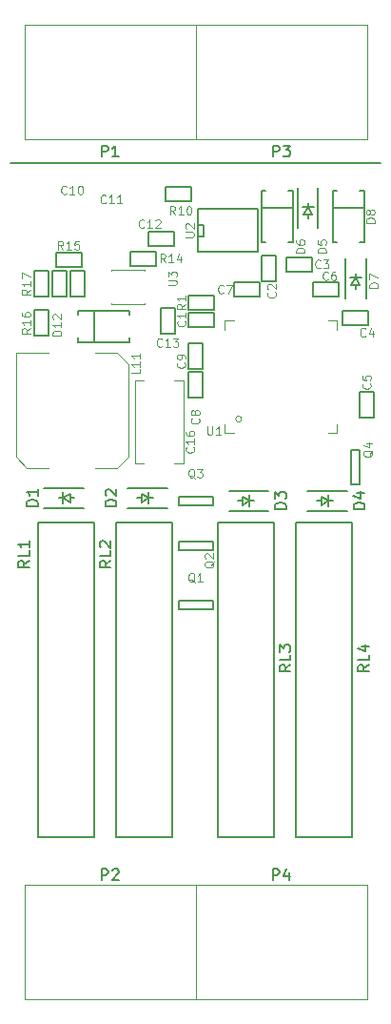
<source format=gto>
%TF.GenerationSoftware,KiCad,Pcbnew,5.0.2*%
%TF.CreationDate,2020-05-26T14:16:45+02:00*%
%TF.ProjectId,cowdin-2-shutter,636f7764-696e-42d3-922d-736875747465,0.1*%
%TF.SameCoordinates,Original*%
%TF.FileFunction,Legend,Top*%
%TF.FilePolarity,Positive*%
%FSLAX46Y46*%
G04 Gerber Fmt 4.6, Leading zero omitted, Abs format (unit mm)*
G04 Created by KiCad (PCBNEW 5.0.2) date mar. 26 mai 2020 14:16:45 CEST*
%MOMM*%
%LPD*%
G01*
G04 APERTURE LIST*
%ADD10C,0.152400*%
%ADD11C,0.150000*%
%ADD12C,0.101600*%
%ADD13C,0.050800*%
%ADD14C,0.127000*%
G04 APERTURE END LIST*
D10*
X132000000Y-74000000D02*
X165000000Y-74000000D01*
D11*
%TO.C,D2*%
X146000000Y-104650000D02*
X142460000Y-104650000D01*
X146000000Y-102850000D02*
X142460000Y-102850000D01*
X144317500Y-104258000D02*
X144317500Y-103242000D01*
X143682500Y-103369000D02*
X144317500Y-103750000D01*
X143682500Y-104131000D02*
X143682500Y-103369000D01*
X144317500Y-103750000D02*
X143682500Y-104131000D01*
X144698500Y-103750000D02*
X144317500Y-103750000D01*
X143682500Y-103750000D02*
X143301500Y-103750000D01*
%TO.C,D1*%
X135000000Y-102850000D02*
X138540000Y-102850000D01*
X135000000Y-104650000D02*
X138540000Y-104650000D01*
X136682500Y-103242000D02*
X136682500Y-104258000D01*
X137317500Y-104131000D02*
X136682500Y-103750000D01*
X137317500Y-103369000D02*
X137317500Y-104131000D01*
X136682500Y-103750000D02*
X137317500Y-103369000D01*
X136301500Y-103750000D02*
X136682500Y-103750000D01*
X137317500Y-103750000D02*
X137698500Y-103750000D01*
D12*
%TO.C,C16*%
X143100000Y-100650000D02*
X143100000Y-93350000D01*
X147400000Y-93350000D02*
X147400000Y-100650000D01*
X143100000Y-100650000D02*
X143900000Y-100650000D01*
X143100000Y-93350000D02*
X143900000Y-93350000D01*
X147400000Y-100650000D02*
X146600000Y-100650000D01*
X147400000Y-93350000D02*
X146600000Y-93350000D01*
D13*
%TO.C,L11*%
X132496200Y-90899680D02*
X135437520Y-90899680D01*
X141503040Y-90899680D02*
X142503800Y-91900440D01*
X141503040Y-90899680D02*
X139562480Y-90899680D01*
X141503040Y-101100320D02*
X142503800Y-100099560D01*
X142503800Y-100099560D02*
X142503800Y-91900440D01*
X141503040Y-101100320D02*
X139562480Y-101100320D01*
X133496960Y-101100320D02*
X132496200Y-100099560D01*
X133496960Y-101100320D02*
X135437520Y-101100320D01*
X132496200Y-90899680D02*
X132496200Y-100099560D01*
D11*
%TO.C,D12*%
X138000000Y-87100000D02*
X138000000Y-87500000D01*
X142600000Y-87100000D02*
X138000000Y-87100000D01*
X142600000Y-89900000D02*
X142600000Y-89500000D01*
X138000000Y-89900000D02*
X142600000Y-89900000D01*
X139500000Y-89900000D02*
X139500000Y-87100000D01*
X142600000Y-87500000D02*
X142600000Y-87100000D01*
X138000000Y-89900000D02*
X138000000Y-89500000D01*
D13*
%TO.C,U3*%
X144003680Y-83496320D02*
X144003680Y-83567440D01*
X140996320Y-83496320D02*
X144003680Y-83496320D01*
X140996320Y-83496320D02*
X140996320Y-83567440D01*
X144003680Y-86503680D02*
X144003680Y-86432560D01*
X140996320Y-86503680D02*
X144003680Y-86503680D01*
X140996320Y-86503680D02*
X140996320Y-86432560D01*
D14*
%TO.C,C13*%
X145365000Y-86857000D02*
X146635000Y-86857000D01*
X145365000Y-89143000D02*
X145365000Y-86857000D01*
X146635000Y-89143000D02*
X145365000Y-89143000D01*
X146635000Y-86857000D02*
X146635000Y-89143000D01*
%TO.C,C12*%
X146553000Y-80145000D02*
X146553000Y-81415000D01*
X144267000Y-80145000D02*
X146553000Y-80145000D01*
X144267000Y-81415000D02*
X144267000Y-80145000D01*
X146553000Y-81415000D02*
X144267000Y-81415000D01*
%TO.C,R14*%
X144983000Y-81865000D02*
X144983000Y-83135000D01*
X142697000Y-81865000D02*
X144983000Y-81865000D01*
X142697000Y-83135000D02*
X142697000Y-81865000D01*
X144983000Y-83135000D02*
X142697000Y-83135000D01*
%TO.C,R15*%
X138343000Y-81995000D02*
X138343000Y-83265000D01*
X136057000Y-81995000D02*
X138343000Y-81995000D01*
X136057000Y-83265000D02*
X136057000Y-81995000D01*
X138343000Y-83265000D02*
X136057000Y-83265000D01*
%TO.C,C14*%
X137365000Y-83597000D02*
X138635000Y-83597000D01*
X137365000Y-85883000D02*
X137365000Y-83597000D01*
X138635000Y-85883000D02*
X137365000Y-85883000D01*
X138635000Y-83597000D02*
X138635000Y-85883000D01*
%TO.C,C15*%
X135765000Y-83597000D02*
X137035000Y-83597000D01*
X135765000Y-85883000D02*
X135765000Y-83597000D01*
X137035000Y-85883000D02*
X135765000Y-85883000D01*
X137035000Y-83597000D02*
X137035000Y-85883000D01*
%TO.C,R17*%
X135385000Y-85893000D02*
X134115000Y-85893000D01*
X135385000Y-83607000D02*
X135385000Y-85893000D01*
X134115000Y-83607000D02*
X135385000Y-83607000D01*
X134115000Y-85893000D02*
X134115000Y-83607000D01*
%TO.C,R16*%
X135385000Y-89353000D02*
X134115000Y-89353000D01*
X135385000Y-87067000D02*
X135385000Y-89353000D01*
X134115000Y-87067000D02*
X135385000Y-87067000D01*
X134115000Y-89353000D02*
X134115000Y-87067000D01*
D11*
%TO.C,RL1*%
X139450000Y-105900000D02*
X134450000Y-105900000D01*
X139450000Y-105900000D02*
X139450000Y-133900000D01*
X139450000Y-133900000D02*
X134450000Y-133900000D01*
X134450000Y-105900000D02*
X134450000Y-133900000D01*
%TO.C,RL2*%
X141450000Y-105900000D02*
X141450000Y-133900000D01*
X146450000Y-133900000D02*
X141450000Y-133900000D01*
X146450000Y-105900000D02*
X146450000Y-133900000D01*
X146450000Y-105900000D02*
X141450000Y-105900000D01*
%TO.C,RL3*%
X155450000Y-105900000D02*
X150450000Y-105900000D01*
X155450000Y-105900000D02*
X155450000Y-133900000D01*
X155450000Y-133900000D02*
X150450000Y-133900000D01*
X150450000Y-105900000D02*
X150450000Y-133900000D01*
%TO.C,RL4*%
X157450000Y-105900000D02*
X157450000Y-133900000D01*
X162450000Y-133900000D02*
X157450000Y-133900000D01*
X162450000Y-105900000D02*
X162450000Y-133900000D01*
X162450000Y-105900000D02*
X157450000Y-105900000D01*
D12*
%TO.C,P1*%
X148500000Y-61750000D02*
X148500000Y-71910000D01*
X133260000Y-71910000D02*
X133260000Y-61750000D01*
X133260000Y-61750000D02*
X148500000Y-61750000D01*
X133260000Y-71910000D02*
X148500000Y-71910000D01*
%TO.C,P3*%
X148500000Y-71910000D02*
X163740000Y-71910000D01*
X148500000Y-61750000D02*
X163740000Y-61750000D01*
X148500000Y-71910000D02*
X148500000Y-61750000D01*
X163740000Y-61750000D02*
X163740000Y-71910000D01*
%TO.C,U1*%
X151090000Y-88000000D02*
X151090000Y-88793760D01*
X151883760Y-88000000D02*
X151090000Y-88000000D01*
X161090000Y-88000000D02*
X160296240Y-88000000D01*
X161090000Y-88793760D02*
X161090000Y-88000000D01*
X161090000Y-98000000D02*
X160296240Y-98000000D01*
X161090000Y-97206240D02*
X161090000Y-98000000D01*
X152601919Y-96750000D02*
G75*
G03X152601919Y-96750000I-261919J0D01*
G01*
X151090000Y-98000000D02*
X151883760Y-98000000D01*
X151090000Y-97206240D02*
X151090000Y-98000000D01*
D14*
%TO.C,U2*%
X148713000Y-81778000D02*
X148713000Y-81905000D01*
X148713000Y-81905000D02*
X154047000Y-81905000D01*
X154047000Y-78095000D02*
X148713000Y-78095000D01*
X148713000Y-78095000D02*
X148713000Y-81778000D01*
X148713000Y-79492000D02*
X149221000Y-79492000D01*
X149221000Y-79492000D02*
X149221000Y-80508000D01*
X149221000Y-80508000D02*
X148713000Y-80508000D01*
X154047000Y-78095000D02*
X154047000Y-81905000D01*
%TO.C,R10*%
X148143000Y-77385000D02*
X145857000Y-77385000D01*
X145857000Y-77385000D02*
X145857000Y-76115000D01*
X145857000Y-76115000D02*
X148143000Y-76115000D01*
X148143000Y-76115000D02*
X148143000Y-77385000D01*
%TO.C,C8*%
X149135000Y-92527000D02*
X149135000Y-94813000D01*
X149135000Y-94813000D02*
X147865000Y-94813000D01*
X147865000Y-94813000D02*
X147865000Y-92527000D01*
X147865000Y-92527000D02*
X149135000Y-92527000D01*
%TO.C,C9*%
X147865000Y-90027000D02*
X149135000Y-90027000D01*
X147865000Y-92313000D02*
X147865000Y-90027000D01*
X149135000Y-92313000D02*
X147865000Y-92313000D01*
X149135000Y-90027000D02*
X149135000Y-92313000D01*
%TO.C,C7*%
X151957000Y-84615000D02*
X154243000Y-84615000D01*
X154243000Y-84615000D02*
X154243000Y-85885000D01*
X154243000Y-85885000D02*
X151957000Y-85885000D01*
X151957000Y-85885000D02*
X151957000Y-84615000D01*
%TO.C,C1*%
X150143000Y-87265000D02*
X150143000Y-88535000D01*
X147857000Y-87265000D02*
X150143000Y-87265000D01*
X147857000Y-88535000D02*
X147857000Y-87265000D01*
X150143000Y-88535000D02*
X147857000Y-88535000D01*
%TO.C,R1*%
X150143000Y-87035000D02*
X147857000Y-87035000D01*
X147857000Y-87035000D02*
X147857000Y-85765000D01*
X147857000Y-85765000D02*
X150143000Y-85765000D01*
X150143000Y-85765000D02*
X150143000Y-87035000D01*
%TO.C,C6*%
X158957000Y-84615000D02*
X161243000Y-84615000D01*
X161243000Y-84615000D02*
X161243000Y-85885000D01*
X161243000Y-85885000D02*
X158957000Y-85885000D01*
X158957000Y-85885000D02*
X158957000Y-84615000D01*
%TO.C,C2*%
X155635000Y-82197000D02*
X155635000Y-84483000D01*
X155635000Y-84483000D02*
X154365000Y-84483000D01*
X154365000Y-84483000D02*
X154365000Y-82197000D01*
X154365000Y-82197000D02*
X155635000Y-82197000D01*
%TO.C,C5*%
X164385000Y-94357000D02*
X164385000Y-96643000D01*
X164385000Y-96643000D02*
X163115000Y-96643000D01*
X163115000Y-96643000D02*
X163115000Y-94357000D01*
X163115000Y-94357000D02*
X164385000Y-94357000D01*
%TO.C,Q1*%
X146976000Y-113631000D02*
X146976000Y-112869000D01*
X150024000Y-113631000D02*
X146976000Y-113631000D01*
X150024000Y-112869000D02*
X150024000Y-113631000D01*
X146976000Y-112869000D02*
X150024000Y-112869000D01*
%TO.C,Q2*%
X146976000Y-107619000D02*
X150024000Y-107619000D01*
X150024000Y-107619000D02*
X150024000Y-108381000D01*
X150024000Y-108381000D02*
X146976000Y-108381000D01*
X146976000Y-108381000D02*
X146976000Y-107619000D01*
D11*
%TO.C,D3*%
X155000000Y-104900000D02*
X151460000Y-104900000D01*
X155000000Y-103100000D02*
X151460000Y-103100000D01*
X153317500Y-104508000D02*
X153317500Y-103492000D01*
X152682500Y-103619000D02*
X153317500Y-104000000D01*
X152682500Y-104381000D02*
X152682500Y-103619000D01*
X153317500Y-104000000D02*
X152682500Y-104381000D01*
X153698500Y-104000000D02*
X153317500Y-104000000D01*
X152682500Y-104000000D02*
X152301500Y-104000000D01*
%TO.C,D4*%
X159682500Y-104000000D02*
X159301500Y-104000000D01*
X160698500Y-104000000D02*
X160317500Y-104000000D01*
X160317500Y-104000000D02*
X159682500Y-104381000D01*
X159682500Y-104381000D02*
X159682500Y-103619000D01*
X159682500Y-103619000D02*
X160317500Y-104000000D01*
X160317500Y-104508000D02*
X160317500Y-103492000D01*
X162000000Y-103100000D02*
X158460000Y-103100000D01*
X162000000Y-104900000D02*
X158460000Y-104900000D01*
D14*
%TO.C,Q3*%
X146976000Y-104381000D02*
X146976000Y-103619000D01*
X150024000Y-104381000D02*
X146976000Y-104381000D01*
X150024000Y-103619000D02*
X150024000Y-104381000D01*
X146976000Y-103619000D02*
X150024000Y-103619000D01*
%TO.C,Q4*%
X162369000Y-102524000D02*
X162369000Y-99476000D01*
X162369000Y-99476000D02*
X163131000Y-99476000D01*
X163131000Y-99476000D02*
X163131000Y-102524000D01*
X163131000Y-102524000D02*
X162369000Y-102524000D01*
D12*
%TO.C,P2*%
X133260000Y-148250000D02*
X148500000Y-148250000D01*
X133260000Y-138090000D02*
X148500000Y-138090000D01*
X133260000Y-148250000D02*
X133260000Y-138090000D01*
X148500000Y-138090000D02*
X148500000Y-148250000D01*
%TO.C,P4*%
X148500000Y-148250000D02*
X163740000Y-148250000D01*
X148500000Y-138090000D02*
X163740000Y-138090000D01*
X148500000Y-148250000D02*
X148500000Y-138090000D01*
X163740000Y-138090000D02*
X163740000Y-148250000D01*
D11*
%TO.C,D5*%
X159400000Y-76250000D02*
X159400000Y-79790000D01*
X157600000Y-76250000D02*
X157600000Y-79790000D01*
X159008000Y-77932500D02*
X157992000Y-77932500D01*
X158119000Y-78567500D02*
X158500000Y-77932500D01*
X158881000Y-78567500D02*
X158119000Y-78567500D01*
X158500000Y-77932500D02*
X158881000Y-78567500D01*
X158500000Y-77551500D02*
X158500000Y-77932500D01*
X158500000Y-78567500D02*
X158500000Y-78948500D01*
%TO.C,D6*%
X157150000Y-76450000D02*
X156750000Y-76450000D01*
X157150000Y-81050000D02*
X157150000Y-76450000D01*
X154350000Y-81050000D02*
X154750000Y-81050000D01*
X154350000Y-76450000D02*
X154350000Y-81050000D01*
X154350000Y-77950000D02*
X157150000Y-77950000D01*
X156750000Y-81050000D02*
X157150000Y-81050000D01*
X154350000Y-76450000D02*
X154750000Y-76450000D01*
%TO.C,D7*%
X162750000Y-84817500D02*
X162750000Y-85198500D01*
X162750000Y-83801500D02*
X162750000Y-84182500D01*
X162750000Y-84182500D02*
X163131000Y-84817500D01*
X163131000Y-84817500D02*
X162369000Y-84817500D01*
X162369000Y-84817500D02*
X162750000Y-84182500D01*
X163258000Y-84182500D02*
X162242000Y-84182500D01*
X161850000Y-82500000D02*
X161850000Y-86040000D01*
X163650000Y-82500000D02*
X163650000Y-86040000D01*
%TO.C,D8*%
X160700000Y-76450000D02*
X161100000Y-76450000D01*
X163100000Y-81050000D02*
X163500000Y-81050000D01*
X160700000Y-77950000D02*
X163500000Y-77950000D01*
X160700000Y-76450000D02*
X160700000Y-81050000D01*
X160700000Y-81050000D02*
X161100000Y-81050000D01*
X163500000Y-81050000D02*
X163500000Y-76450000D01*
X163500000Y-76450000D02*
X163100000Y-76450000D01*
D14*
%TO.C,C3*%
X158893000Y-83625000D02*
X156607000Y-83625000D01*
X156607000Y-83625000D02*
X156607000Y-82355000D01*
X156607000Y-82355000D02*
X158893000Y-82355000D01*
X158893000Y-82355000D02*
X158893000Y-83625000D01*
%TO.C,C4*%
X163893000Y-87115000D02*
X163893000Y-88385000D01*
X161607000Y-87115000D02*
X163893000Y-87115000D01*
X161607000Y-88385000D02*
X161607000Y-87115000D01*
X163893000Y-88385000D02*
X161607000Y-88385000D01*
%TO.C,D2*%
D11*
X141452380Y-104488095D02*
X140452380Y-104488095D01*
X140452380Y-104250000D01*
X140500000Y-104107142D01*
X140595238Y-104011904D01*
X140690476Y-103964285D01*
X140880952Y-103916666D01*
X141023809Y-103916666D01*
X141214285Y-103964285D01*
X141309523Y-104011904D01*
X141404761Y-104107142D01*
X141452380Y-104250000D01*
X141452380Y-104488095D01*
X140547619Y-103535714D02*
X140500000Y-103488095D01*
X140452380Y-103392857D01*
X140452380Y-103154761D01*
X140500000Y-103059523D01*
X140547619Y-103011904D01*
X140642857Y-102964285D01*
X140738095Y-102964285D01*
X140880952Y-103011904D01*
X141452380Y-103583333D01*
X141452380Y-102964285D01*
%TO.C,D1*%
X134452380Y-104488095D02*
X133452380Y-104488095D01*
X133452380Y-104250000D01*
X133500000Y-104107142D01*
X133595238Y-104011904D01*
X133690476Y-103964285D01*
X133880952Y-103916666D01*
X134023809Y-103916666D01*
X134214285Y-103964285D01*
X134309523Y-104011904D01*
X134404761Y-104107142D01*
X134452380Y-104250000D01*
X134452380Y-104488095D01*
X134452380Y-102964285D02*
X134452380Y-103535714D01*
X134452380Y-103250000D02*
X133452380Y-103250000D01*
X133595238Y-103345238D01*
X133690476Y-103440476D01*
X133738095Y-103535714D01*
%TO.C,C10*%
D12*
X137010142Y-76712142D02*
X136973857Y-76748428D01*
X136865000Y-76784714D01*
X136792428Y-76784714D01*
X136683571Y-76748428D01*
X136611000Y-76675857D01*
X136574714Y-76603285D01*
X136538428Y-76458142D01*
X136538428Y-76349285D01*
X136574714Y-76204142D01*
X136611000Y-76131571D01*
X136683571Y-76059000D01*
X136792428Y-76022714D01*
X136865000Y-76022714D01*
X136973857Y-76059000D01*
X137010142Y-76095285D01*
X137735857Y-76784714D02*
X137300428Y-76784714D01*
X137518142Y-76784714D02*
X137518142Y-76022714D01*
X137445571Y-76131571D01*
X137373000Y-76204142D01*
X137300428Y-76240428D01*
X138207571Y-76022714D02*
X138280142Y-76022714D01*
X138352714Y-76059000D01*
X138389000Y-76095285D01*
X138425285Y-76167857D01*
X138461571Y-76313000D01*
X138461571Y-76494428D01*
X138425285Y-76639571D01*
X138389000Y-76712142D01*
X138352714Y-76748428D01*
X138280142Y-76784714D01*
X138207571Y-76784714D01*
X138135000Y-76748428D01*
X138098714Y-76712142D01*
X138062428Y-76639571D01*
X138026142Y-76494428D01*
X138026142Y-76313000D01*
X138062428Y-76167857D01*
X138098714Y-76095285D01*
X138135000Y-76059000D01*
X138207571Y-76022714D01*
%TO.C,C16*%
X148322142Y-99239857D02*
X148358428Y-99276142D01*
X148394714Y-99385000D01*
X148394714Y-99457571D01*
X148358428Y-99566428D01*
X148285857Y-99639000D01*
X148213285Y-99675285D01*
X148068142Y-99711571D01*
X147959285Y-99711571D01*
X147814142Y-99675285D01*
X147741571Y-99639000D01*
X147669000Y-99566428D01*
X147632714Y-99457571D01*
X147632714Y-99385000D01*
X147669000Y-99276142D01*
X147705285Y-99239857D01*
X148394714Y-98514142D02*
X148394714Y-98949571D01*
X148394714Y-98731857D02*
X147632714Y-98731857D01*
X147741571Y-98804428D01*
X147814142Y-98877000D01*
X147850428Y-98949571D01*
X147632714Y-97861000D02*
X147632714Y-98006142D01*
X147669000Y-98078714D01*
X147705285Y-98115000D01*
X147814142Y-98187571D01*
X147959285Y-98223857D01*
X148249571Y-98223857D01*
X148322142Y-98187571D01*
X148358428Y-98151285D01*
X148394714Y-98078714D01*
X148394714Y-97933571D01*
X148358428Y-97861000D01*
X148322142Y-97824714D01*
X148249571Y-97788428D01*
X148068142Y-97788428D01*
X147995571Y-97824714D01*
X147959285Y-97861000D01*
X147923000Y-97933571D01*
X147923000Y-98078714D01*
X147959285Y-98151285D01*
X147995571Y-98187571D01*
X148068142Y-98223857D01*
%TO.C,L11*%
X143554714Y-92309857D02*
X143554714Y-92672714D01*
X142792714Y-92672714D01*
X143554714Y-91656714D02*
X143554714Y-92092142D01*
X143554714Y-91874428D02*
X142792714Y-91874428D01*
X142901571Y-91947000D01*
X142974142Y-92019571D01*
X143010428Y-92092142D01*
X143554714Y-90931000D02*
X143554714Y-91366428D01*
X143554714Y-91148714D02*
X142792714Y-91148714D01*
X142901571Y-91221285D01*
X142974142Y-91293857D01*
X143010428Y-91366428D01*
%TO.C,D12*%
X136534714Y-89315285D02*
X135772714Y-89315285D01*
X135772714Y-89133857D01*
X135809000Y-89025000D01*
X135881571Y-88952428D01*
X135954142Y-88916142D01*
X136099285Y-88879857D01*
X136208142Y-88879857D01*
X136353285Y-88916142D01*
X136425857Y-88952428D01*
X136498428Y-89025000D01*
X136534714Y-89133857D01*
X136534714Y-89315285D01*
X136534714Y-88154142D02*
X136534714Y-88589571D01*
X136534714Y-88371857D02*
X135772714Y-88371857D01*
X135881571Y-88444428D01*
X135954142Y-88517000D01*
X135990428Y-88589571D01*
X135845285Y-87863857D02*
X135809000Y-87827571D01*
X135772714Y-87755000D01*
X135772714Y-87573571D01*
X135809000Y-87501000D01*
X135845285Y-87464714D01*
X135917857Y-87428428D01*
X135990428Y-87428428D01*
X136099285Y-87464714D01*
X136534714Y-87900142D01*
X136534714Y-87428428D01*
%TO.C,U3*%
X146052714Y-84840571D02*
X146669571Y-84840571D01*
X146742142Y-84804285D01*
X146778428Y-84768000D01*
X146814714Y-84695428D01*
X146814714Y-84550285D01*
X146778428Y-84477714D01*
X146742142Y-84441428D01*
X146669571Y-84405142D01*
X146052714Y-84405142D01*
X146052714Y-84114857D02*
X146052714Y-83643142D01*
X146343000Y-83897142D01*
X146343000Y-83788285D01*
X146379285Y-83715714D01*
X146415571Y-83679428D01*
X146488142Y-83643142D01*
X146669571Y-83643142D01*
X146742142Y-83679428D01*
X146778428Y-83715714D01*
X146814714Y-83788285D01*
X146814714Y-84006000D01*
X146778428Y-84078571D01*
X146742142Y-84114857D01*
%TO.C,C13*%
X145510142Y-90272142D02*
X145473857Y-90308428D01*
X145365000Y-90344714D01*
X145292428Y-90344714D01*
X145183571Y-90308428D01*
X145111000Y-90235857D01*
X145074714Y-90163285D01*
X145038428Y-90018142D01*
X145038428Y-89909285D01*
X145074714Y-89764142D01*
X145111000Y-89691571D01*
X145183571Y-89619000D01*
X145292428Y-89582714D01*
X145365000Y-89582714D01*
X145473857Y-89619000D01*
X145510142Y-89655285D01*
X146235857Y-90344714D02*
X145800428Y-90344714D01*
X146018142Y-90344714D02*
X146018142Y-89582714D01*
X145945571Y-89691571D01*
X145873000Y-89764142D01*
X145800428Y-89800428D01*
X146489857Y-89582714D02*
X146961571Y-89582714D01*
X146707571Y-89873000D01*
X146816428Y-89873000D01*
X146889000Y-89909285D01*
X146925285Y-89945571D01*
X146961571Y-90018142D01*
X146961571Y-90199571D01*
X146925285Y-90272142D01*
X146889000Y-90308428D01*
X146816428Y-90344714D01*
X146598714Y-90344714D01*
X146526142Y-90308428D01*
X146489857Y-90272142D01*
%TO.C,C12*%
X143920142Y-79712142D02*
X143883857Y-79748428D01*
X143775000Y-79784714D01*
X143702428Y-79784714D01*
X143593571Y-79748428D01*
X143521000Y-79675857D01*
X143484714Y-79603285D01*
X143448428Y-79458142D01*
X143448428Y-79349285D01*
X143484714Y-79204142D01*
X143521000Y-79131571D01*
X143593571Y-79059000D01*
X143702428Y-79022714D01*
X143775000Y-79022714D01*
X143883857Y-79059000D01*
X143920142Y-79095285D01*
X144645857Y-79784714D02*
X144210428Y-79784714D01*
X144428142Y-79784714D02*
X144428142Y-79022714D01*
X144355571Y-79131571D01*
X144283000Y-79204142D01*
X144210428Y-79240428D01*
X144936142Y-79095285D02*
X144972428Y-79059000D01*
X145045000Y-79022714D01*
X145226428Y-79022714D01*
X145299000Y-79059000D01*
X145335285Y-79095285D01*
X145371571Y-79167857D01*
X145371571Y-79240428D01*
X145335285Y-79349285D01*
X144899857Y-79784714D01*
X145371571Y-79784714D01*
%TO.C,R14*%
X145820142Y-82844714D02*
X145566142Y-82481857D01*
X145384714Y-82844714D02*
X145384714Y-82082714D01*
X145675000Y-82082714D01*
X145747571Y-82119000D01*
X145783857Y-82155285D01*
X145820142Y-82227857D01*
X145820142Y-82336714D01*
X145783857Y-82409285D01*
X145747571Y-82445571D01*
X145675000Y-82481857D01*
X145384714Y-82481857D01*
X146545857Y-82844714D02*
X146110428Y-82844714D01*
X146328142Y-82844714D02*
X146328142Y-82082714D01*
X146255571Y-82191571D01*
X146183000Y-82264142D01*
X146110428Y-82300428D01*
X147199000Y-82336714D02*
X147199000Y-82844714D01*
X147017571Y-82046428D02*
X146836142Y-82590714D01*
X147307857Y-82590714D01*
%TO.C,R15*%
X136710142Y-81694714D02*
X136456142Y-81331857D01*
X136274714Y-81694714D02*
X136274714Y-80932714D01*
X136565000Y-80932714D01*
X136637571Y-80969000D01*
X136673857Y-81005285D01*
X136710142Y-81077857D01*
X136710142Y-81186714D01*
X136673857Y-81259285D01*
X136637571Y-81295571D01*
X136565000Y-81331857D01*
X136274714Y-81331857D01*
X137435857Y-81694714D02*
X137000428Y-81694714D01*
X137218142Y-81694714D02*
X137218142Y-80932714D01*
X137145571Y-81041571D01*
X137073000Y-81114142D01*
X137000428Y-81150428D01*
X138125285Y-80932714D02*
X137762428Y-80932714D01*
X137726142Y-81295571D01*
X137762428Y-81259285D01*
X137835000Y-81223000D01*
X138016428Y-81223000D01*
X138089000Y-81259285D01*
X138125285Y-81295571D01*
X138161571Y-81368142D01*
X138161571Y-81549571D01*
X138125285Y-81622142D01*
X138089000Y-81658428D01*
X138016428Y-81694714D01*
X137835000Y-81694714D01*
X137762428Y-81658428D01*
X137726142Y-81622142D01*
%TO.C,R17*%
X133794714Y-85239857D02*
X133431857Y-85493857D01*
X133794714Y-85675285D02*
X133032714Y-85675285D01*
X133032714Y-85385000D01*
X133069000Y-85312428D01*
X133105285Y-85276142D01*
X133177857Y-85239857D01*
X133286714Y-85239857D01*
X133359285Y-85276142D01*
X133395571Y-85312428D01*
X133431857Y-85385000D01*
X133431857Y-85675285D01*
X133794714Y-84514142D02*
X133794714Y-84949571D01*
X133794714Y-84731857D02*
X133032714Y-84731857D01*
X133141571Y-84804428D01*
X133214142Y-84877000D01*
X133250428Y-84949571D01*
X133032714Y-84260142D02*
X133032714Y-83752142D01*
X133794714Y-84078714D01*
%TO.C,R16*%
X133794714Y-88699857D02*
X133431857Y-88953857D01*
X133794714Y-89135285D02*
X133032714Y-89135285D01*
X133032714Y-88845000D01*
X133069000Y-88772428D01*
X133105285Y-88736142D01*
X133177857Y-88699857D01*
X133286714Y-88699857D01*
X133359285Y-88736142D01*
X133395571Y-88772428D01*
X133431857Y-88845000D01*
X133431857Y-89135285D01*
X133794714Y-87974142D02*
X133794714Y-88409571D01*
X133794714Y-88191857D02*
X133032714Y-88191857D01*
X133141571Y-88264428D01*
X133214142Y-88337000D01*
X133250428Y-88409571D01*
X133032714Y-87321000D02*
X133032714Y-87466142D01*
X133069000Y-87538714D01*
X133105285Y-87575000D01*
X133214142Y-87647571D01*
X133359285Y-87683857D01*
X133649571Y-87683857D01*
X133722142Y-87647571D01*
X133758428Y-87611285D01*
X133794714Y-87538714D01*
X133794714Y-87393571D01*
X133758428Y-87321000D01*
X133722142Y-87284714D01*
X133649571Y-87248428D01*
X133468142Y-87248428D01*
X133395571Y-87284714D01*
X133359285Y-87321000D01*
X133323000Y-87393571D01*
X133323000Y-87538714D01*
X133359285Y-87611285D01*
X133395571Y-87647571D01*
X133468142Y-87683857D01*
%TO.C,RL1*%
D11*
X133702380Y-109321428D02*
X133226190Y-109654761D01*
X133702380Y-109892857D02*
X132702380Y-109892857D01*
X132702380Y-109511904D01*
X132750000Y-109416666D01*
X132797619Y-109369047D01*
X132892857Y-109321428D01*
X133035714Y-109321428D01*
X133130952Y-109369047D01*
X133178571Y-109416666D01*
X133226190Y-109511904D01*
X133226190Y-109892857D01*
X133702380Y-108416666D02*
X133702380Y-108892857D01*
X132702380Y-108892857D01*
X133702380Y-107559523D02*
X133702380Y-108130952D01*
X133702380Y-107845238D02*
X132702380Y-107845238D01*
X132845238Y-107940476D01*
X132940476Y-108035714D01*
X132988095Y-108130952D01*
%TO.C,RL2*%
X140952380Y-109321428D02*
X140476190Y-109654761D01*
X140952380Y-109892857D02*
X139952380Y-109892857D01*
X139952380Y-109511904D01*
X140000000Y-109416666D01*
X140047619Y-109369047D01*
X140142857Y-109321428D01*
X140285714Y-109321428D01*
X140380952Y-109369047D01*
X140428571Y-109416666D01*
X140476190Y-109511904D01*
X140476190Y-109892857D01*
X140952380Y-108416666D02*
X140952380Y-108892857D01*
X139952380Y-108892857D01*
X140047619Y-108130952D02*
X140000000Y-108083333D01*
X139952380Y-107988095D01*
X139952380Y-107750000D01*
X140000000Y-107654761D01*
X140047619Y-107607142D01*
X140142857Y-107559523D01*
X140238095Y-107559523D01*
X140380952Y-107607142D01*
X140952380Y-108178571D01*
X140952380Y-107559523D01*
%TO.C,RL3*%
X156952380Y-118571428D02*
X156476190Y-118904761D01*
X156952380Y-119142857D02*
X155952380Y-119142857D01*
X155952380Y-118761904D01*
X156000000Y-118666666D01*
X156047619Y-118619047D01*
X156142857Y-118571428D01*
X156285714Y-118571428D01*
X156380952Y-118619047D01*
X156428571Y-118666666D01*
X156476190Y-118761904D01*
X156476190Y-119142857D01*
X156952380Y-117666666D02*
X156952380Y-118142857D01*
X155952380Y-118142857D01*
X155952380Y-117428571D02*
X155952380Y-116809523D01*
X156333333Y-117142857D01*
X156333333Y-117000000D01*
X156380952Y-116904761D01*
X156428571Y-116857142D01*
X156523809Y-116809523D01*
X156761904Y-116809523D01*
X156857142Y-116857142D01*
X156904761Y-116904761D01*
X156952380Y-117000000D01*
X156952380Y-117285714D01*
X156904761Y-117380952D01*
X156857142Y-117428571D01*
%TO.C,RL4*%
X163952380Y-118571428D02*
X163476190Y-118904761D01*
X163952380Y-119142857D02*
X162952380Y-119142857D01*
X162952380Y-118761904D01*
X163000000Y-118666666D01*
X163047619Y-118619047D01*
X163142857Y-118571428D01*
X163285714Y-118571428D01*
X163380952Y-118619047D01*
X163428571Y-118666666D01*
X163476190Y-118761904D01*
X163476190Y-119142857D01*
X163952380Y-117666666D02*
X163952380Y-118142857D01*
X162952380Y-118142857D01*
X163285714Y-116904761D02*
X163952380Y-116904761D01*
X162904761Y-117142857D02*
X163619047Y-117380952D01*
X163619047Y-116761904D01*
%TO.C,C11*%
D12*
X140510142Y-77522142D02*
X140473857Y-77558428D01*
X140365000Y-77594714D01*
X140292428Y-77594714D01*
X140183571Y-77558428D01*
X140111000Y-77485857D01*
X140074714Y-77413285D01*
X140038428Y-77268142D01*
X140038428Y-77159285D01*
X140074714Y-77014142D01*
X140111000Y-76941571D01*
X140183571Y-76869000D01*
X140292428Y-76832714D01*
X140365000Y-76832714D01*
X140473857Y-76869000D01*
X140510142Y-76905285D01*
X141235857Y-77594714D02*
X140800428Y-77594714D01*
X141018142Y-77594714D02*
X141018142Y-76832714D01*
X140945571Y-76941571D01*
X140873000Y-77014142D01*
X140800428Y-77050428D01*
X141961571Y-77594714D02*
X141526142Y-77594714D01*
X141743857Y-77594714D02*
X141743857Y-76832714D01*
X141671285Y-76941571D01*
X141598714Y-77014142D01*
X141526142Y-77050428D01*
%TO.C,P1*%
D10*
X140141904Y-73452380D02*
X140141904Y-72452380D01*
X140522857Y-72452380D01*
X140618095Y-72500000D01*
X140665714Y-72547619D01*
X140713333Y-72642857D01*
X140713333Y-72785714D01*
X140665714Y-72880952D01*
X140618095Y-72928571D01*
X140522857Y-72976190D01*
X140141904Y-72976190D01*
X141665714Y-73452380D02*
X141094285Y-73452380D01*
X141380000Y-73452380D02*
X141380000Y-72452380D01*
X141284761Y-72595238D01*
X141189523Y-72690476D01*
X141094285Y-72738095D01*
%TO.C,P3*%
X155381904Y-73452380D02*
X155381904Y-72452380D01*
X155762857Y-72452380D01*
X155858095Y-72500000D01*
X155905714Y-72547619D01*
X155953333Y-72642857D01*
X155953333Y-72785714D01*
X155905714Y-72880952D01*
X155858095Y-72928571D01*
X155762857Y-72976190D01*
X155381904Y-72976190D01*
X156286666Y-72452380D02*
X156905714Y-72452380D01*
X156572380Y-72833333D01*
X156715238Y-72833333D01*
X156810476Y-72880952D01*
X156858095Y-72928571D01*
X156905714Y-73023809D01*
X156905714Y-73261904D01*
X156858095Y-73357142D01*
X156810476Y-73404761D01*
X156715238Y-73452380D01*
X156429523Y-73452380D01*
X156334285Y-73404761D01*
X156286666Y-73357142D01*
%TO.C,U1*%
D12*
X149559428Y-97402714D02*
X149559428Y-98019571D01*
X149595714Y-98092142D01*
X149632000Y-98128428D01*
X149704571Y-98164714D01*
X149849714Y-98164714D01*
X149922285Y-98128428D01*
X149958571Y-98092142D01*
X149994857Y-98019571D01*
X149994857Y-97402714D01*
X150756857Y-98164714D02*
X150321428Y-98164714D01*
X150539142Y-98164714D02*
X150539142Y-97402714D01*
X150466571Y-97511571D01*
X150394000Y-97584142D01*
X150321428Y-97620428D01*
%TO.C,U2*%
X147582714Y-80580571D02*
X148199571Y-80580571D01*
X148272142Y-80544285D01*
X148308428Y-80508000D01*
X148344714Y-80435428D01*
X148344714Y-80290285D01*
X148308428Y-80217714D01*
X148272142Y-80181428D01*
X148199571Y-80145142D01*
X147582714Y-80145142D01*
X147655285Y-79818571D02*
X147619000Y-79782285D01*
X147582714Y-79709714D01*
X147582714Y-79528285D01*
X147619000Y-79455714D01*
X147655285Y-79419428D01*
X147727857Y-79383142D01*
X147800428Y-79383142D01*
X147909285Y-79419428D01*
X148344714Y-79854857D01*
X148344714Y-79383142D01*
%TO.C,R10*%
X146680142Y-78594714D02*
X146426142Y-78231857D01*
X146244714Y-78594714D02*
X146244714Y-77832714D01*
X146535000Y-77832714D01*
X146607571Y-77869000D01*
X146643857Y-77905285D01*
X146680142Y-77977857D01*
X146680142Y-78086714D01*
X146643857Y-78159285D01*
X146607571Y-78195571D01*
X146535000Y-78231857D01*
X146244714Y-78231857D01*
X147405857Y-78594714D02*
X146970428Y-78594714D01*
X147188142Y-78594714D02*
X147188142Y-77832714D01*
X147115571Y-77941571D01*
X147043000Y-78014142D01*
X146970428Y-78050428D01*
X147877571Y-77832714D02*
X147950142Y-77832714D01*
X148022714Y-77869000D01*
X148059000Y-77905285D01*
X148095285Y-77977857D01*
X148131571Y-78123000D01*
X148131571Y-78304428D01*
X148095285Y-78449571D01*
X148059000Y-78522142D01*
X148022714Y-78558428D01*
X147950142Y-78594714D01*
X147877571Y-78594714D01*
X147805000Y-78558428D01*
X147768714Y-78522142D01*
X147732428Y-78449571D01*
X147696142Y-78304428D01*
X147696142Y-78123000D01*
X147732428Y-77977857D01*
X147768714Y-77905285D01*
X147805000Y-77869000D01*
X147877571Y-77832714D01*
%TO.C,C8*%
X148772142Y-96697000D02*
X148808428Y-96733285D01*
X148844714Y-96842142D01*
X148844714Y-96914714D01*
X148808428Y-97023571D01*
X148735857Y-97096142D01*
X148663285Y-97132428D01*
X148518142Y-97168714D01*
X148409285Y-97168714D01*
X148264142Y-97132428D01*
X148191571Y-97096142D01*
X148119000Y-97023571D01*
X148082714Y-96914714D01*
X148082714Y-96842142D01*
X148119000Y-96733285D01*
X148155285Y-96697000D01*
X148409285Y-96261571D02*
X148373000Y-96334142D01*
X148336714Y-96370428D01*
X148264142Y-96406714D01*
X148227857Y-96406714D01*
X148155285Y-96370428D01*
X148119000Y-96334142D01*
X148082714Y-96261571D01*
X148082714Y-96116428D01*
X148119000Y-96043857D01*
X148155285Y-96007571D01*
X148227857Y-95971285D01*
X148264142Y-95971285D01*
X148336714Y-96007571D01*
X148373000Y-96043857D01*
X148409285Y-96116428D01*
X148409285Y-96261571D01*
X148445571Y-96334142D01*
X148481857Y-96370428D01*
X148554428Y-96406714D01*
X148699571Y-96406714D01*
X148772142Y-96370428D01*
X148808428Y-96334142D01*
X148844714Y-96261571D01*
X148844714Y-96116428D01*
X148808428Y-96043857D01*
X148772142Y-96007571D01*
X148699571Y-95971285D01*
X148554428Y-95971285D01*
X148481857Y-96007571D01*
X148445571Y-96043857D01*
X148409285Y-96116428D01*
%TO.C,C9*%
X147522142Y-91727000D02*
X147558428Y-91763285D01*
X147594714Y-91872142D01*
X147594714Y-91944714D01*
X147558428Y-92053571D01*
X147485857Y-92126142D01*
X147413285Y-92162428D01*
X147268142Y-92198714D01*
X147159285Y-92198714D01*
X147014142Y-92162428D01*
X146941571Y-92126142D01*
X146869000Y-92053571D01*
X146832714Y-91944714D01*
X146832714Y-91872142D01*
X146869000Y-91763285D01*
X146905285Y-91727000D01*
X147594714Y-91364142D02*
X147594714Y-91219000D01*
X147558428Y-91146428D01*
X147522142Y-91110142D01*
X147413285Y-91037571D01*
X147268142Y-91001285D01*
X146977857Y-91001285D01*
X146905285Y-91037571D01*
X146869000Y-91073857D01*
X146832714Y-91146428D01*
X146832714Y-91291571D01*
X146869000Y-91364142D01*
X146905285Y-91400428D01*
X146977857Y-91436714D01*
X147159285Y-91436714D01*
X147231857Y-91400428D01*
X147268142Y-91364142D01*
X147304428Y-91291571D01*
X147304428Y-91146428D01*
X147268142Y-91073857D01*
X147231857Y-91037571D01*
X147159285Y-91001285D01*
%TO.C,C7*%
X150973000Y-85522142D02*
X150936714Y-85558428D01*
X150827857Y-85594714D01*
X150755285Y-85594714D01*
X150646428Y-85558428D01*
X150573857Y-85485857D01*
X150537571Y-85413285D01*
X150501285Y-85268142D01*
X150501285Y-85159285D01*
X150537571Y-85014142D01*
X150573857Y-84941571D01*
X150646428Y-84869000D01*
X150755285Y-84832714D01*
X150827857Y-84832714D01*
X150936714Y-84869000D01*
X150973000Y-84905285D01*
X151227000Y-84832714D02*
X151735000Y-84832714D01*
X151408428Y-85594714D01*
%TO.C,C1*%
X147542142Y-88027000D02*
X147578428Y-88063285D01*
X147614714Y-88172142D01*
X147614714Y-88244714D01*
X147578428Y-88353571D01*
X147505857Y-88426142D01*
X147433285Y-88462428D01*
X147288142Y-88498714D01*
X147179285Y-88498714D01*
X147034142Y-88462428D01*
X146961571Y-88426142D01*
X146889000Y-88353571D01*
X146852714Y-88244714D01*
X146852714Y-88172142D01*
X146889000Y-88063285D01*
X146925285Y-88027000D01*
X147614714Y-87301285D02*
X147614714Y-87736714D01*
X147614714Y-87519000D02*
X146852714Y-87519000D01*
X146961571Y-87591571D01*
X147034142Y-87664142D01*
X147070428Y-87736714D01*
%TO.C,R1*%
X147594714Y-86527000D02*
X147231857Y-86781000D01*
X147594714Y-86962428D02*
X146832714Y-86962428D01*
X146832714Y-86672142D01*
X146869000Y-86599571D01*
X146905285Y-86563285D01*
X146977857Y-86527000D01*
X147086714Y-86527000D01*
X147159285Y-86563285D01*
X147195571Y-86599571D01*
X147231857Y-86672142D01*
X147231857Y-86962428D01*
X147594714Y-85801285D02*
X147594714Y-86236714D01*
X147594714Y-86019000D02*
X146832714Y-86019000D01*
X146941571Y-86091571D01*
X147014142Y-86164142D01*
X147050428Y-86236714D01*
%TO.C,C6*%
X160283000Y-84332142D02*
X160246714Y-84368428D01*
X160137857Y-84404714D01*
X160065285Y-84404714D01*
X159956428Y-84368428D01*
X159883857Y-84295857D01*
X159847571Y-84223285D01*
X159811285Y-84078142D01*
X159811285Y-83969285D01*
X159847571Y-83824142D01*
X159883857Y-83751571D01*
X159956428Y-83679000D01*
X160065285Y-83642714D01*
X160137857Y-83642714D01*
X160246714Y-83679000D01*
X160283000Y-83715285D01*
X160936142Y-83642714D02*
X160791000Y-83642714D01*
X160718428Y-83679000D01*
X160682142Y-83715285D01*
X160609571Y-83824142D01*
X160573285Y-83969285D01*
X160573285Y-84259571D01*
X160609571Y-84332142D01*
X160645857Y-84368428D01*
X160718428Y-84404714D01*
X160863571Y-84404714D01*
X160936142Y-84368428D01*
X160972428Y-84332142D01*
X161008714Y-84259571D01*
X161008714Y-84078142D01*
X160972428Y-84005571D01*
X160936142Y-83969285D01*
X160863571Y-83933000D01*
X160718428Y-83933000D01*
X160645857Y-83969285D01*
X160609571Y-84005571D01*
X160573285Y-84078142D01*
%TO.C,C2*%
X155572142Y-85477000D02*
X155608428Y-85513285D01*
X155644714Y-85622142D01*
X155644714Y-85694714D01*
X155608428Y-85803571D01*
X155535857Y-85876142D01*
X155463285Y-85912428D01*
X155318142Y-85948714D01*
X155209285Y-85948714D01*
X155064142Y-85912428D01*
X154991571Y-85876142D01*
X154919000Y-85803571D01*
X154882714Y-85694714D01*
X154882714Y-85622142D01*
X154919000Y-85513285D01*
X154955285Y-85477000D01*
X154955285Y-85186714D02*
X154919000Y-85150428D01*
X154882714Y-85077857D01*
X154882714Y-84896428D01*
X154919000Y-84823857D01*
X154955285Y-84787571D01*
X155027857Y-84751285D01*
X155100428Y-84751285D01*
X155209285Y-84787571D01*
X155644714Y-85223000D01*
X155644714Y-84751285D01*
%TO.C,C5*%
X164022142Y-93587000D02*
X164058428Y-93623285D01*
X164094714Y-93732142D01*
X164094714Y-93804714D01*
X164058428Y-93913571D01*
X163985857Y-93986142D01*
X163913285Y-94022428D01*
X163768142Y-94058714D01*
X163659285Y-94058714D01*
X163514142Y-94022428D01*
X163441571Y-93986142D01*
X163369000Y-93913571D01*
X163332714Y-93804714D01*
X163332714Y-93732142D01*
X163369000Y-93623285D01*
X163405285Y-93587000D01*
X163332714Y-92897571D02*
X163332714Y-93260428D01*
X163695571Y-93296714D01*
X163659285Y-93260428D01*
X163623000Y-93187857D01*
X163623000Y-93006428D01*
X163659285Y-92933857D01*
X163695571Y-92897571D01*
X163768142Y-92861285D01*
X163949571Y-92861285D01*
X164022142Y-92897571D01*
X164058428Y-92933857D01*
X164094714Y-93006428D01*
X164094714Y-93187857D01*
X164058428Y-93260428D01*
X164022142Y-93296714D01*
%TO.C,Q1*%
X148427428Y-111254285D02*
X148354857Y-111218000D01*
X148282285Y-111145428D01*
X148173428Y-111036571D01*
X148100857Y-111000285D01*
X148028285Y-111000285D01*
X148064571Y-111181714D02*
X147992000Y-111145428D01*
X147919428Y-111072857D01*
X147883142Y-110927714D01*
X147883142Y-110673714D01*
X147919428Y-110528571D01*
X147992000Y-110456000D01*
X148064571Y-110419714D01*
X148209714Y-110419714D01*
X148282285Y-110456000D01*
X148354857Y-110528571D01*
X148391142Y-110673714D01*
X148391142Y-110927714D01*
X148354857Y-111072857D01*
X148282285Y-111145428D01*
X148209714Y-111181714D01*
X148064571Y-111181714D01*
X149116857Y-111181714D02*
X148681428Y-111181714D01*
X148899142Y-111181714D02*
X148899142Y-110419714D01*
X148826571Y-110528571D01*
X148754000Y-110601142D01*
X148681428Y-110637428D01*
%TO.C,Q2*%
X150167285Y-109372571D02*
X150131000Y-109445142D01*
X150058428Y-109517714D01*
X149949571Y-109626571D01*
X149913285Y-109699142D01*
X149913285Y-109771714D01*
X150094714Y-109735428D02*
X150058428Y-109808000D01*
X149985857Y-109880571D01*
X149840714Y-109916857D01*
X149586714Y-109916857D01*
X149441571Y-109880571D01*
X149369000Y-109808000D01*
X149332714Y-109735428D01*
X149332714Y-109590285D01*
X149369000Y-109517714D01*
X149441571Y-109445142D01*
X149586714Y-109408857D01*
X149840714Y-109408857D01*
X149985857Y-109445142D01*
X150058428Y-109517714D01*
X150094714Y-109590285D01*
X150094714Y-109735428D01*
X149405285Y-109118571D02*
X149369000Y-109082285D01*
X149332714Y-109009714D01*
X149332714Y-108828285D01*
X149369000Y-108755714D01*
X149405285Y-108719428D01*
X149477857Y-108683142D01*
X149550428Y-108683142D01*
X149659285Y-108719428D01*
X150094714Y-109154857D01*
X150094714Y-108683142D01*
%TO.C,D3*%
D11*
X156552380Y-104738095D02*
X155552380Y-104738095D01*
X155552380Y-104500000D01*
X155600000Y-104357142D01*
X155695238Y-104261904D01*
X155790476Y-104214285D01*
X155980952Y-104166666D01*
X156123809Y-104166666D01*
X156314285Y-104214285D01*
X156409523Y-104261904D01*
X156504761Y-104357142D01*
X156552380Y-104500000D01*
X156552380Y-104738095D01*
X155552380Y-103833333D02*
X155552380Y-103214285D01*
X155933333Y-103547619D01*
X155933333Y-103404761D01*
X155980952Y-103309523D01*
X156028571Y-103261904D01*
X156123809Y-103214285D01*
X156361904Y-103214285D01*
X156457142Y-103261904D01*
X156504761Y-103309523D01*
X156552380Y-103404761D01*
X156552380Y-103690476D01*
X156504761Y-103785714D01*
X156457142Y-103833333D01*
%TO.C,D4*%
X163552380Y-104738095D02*
X162552380Y-104738095D01*
X162552380Y-104500000D01*
X162600000Y-104357142D01*
X162695238Y-104261904D01*
X162790476Y-104214285D01*
X162980952Y-104166666D01*
X163123809Y-104166666D01*
X163314285Y-104214285D01*
X163409523Y-104261904D01*
X163504761Y-104357142D01*
X163552380Y-104500000D01*
X163552380Y-104738095D01*
X162885714Y-103309523D02*
X163552380Y-103309523D01*
X162504761Y-103547619D02*
X163219047Y-103785714D01*
X163219047Y-103166666D01*
%TO.C,Q3*%
D12*
X148427428Y-102004285D02*
X148354857Y-101968000D01*
X148282285Y-101895428D01*
X148173428Y-101786571D01*
X148100857Y-101750285D01*
X148028285Y-101750285D01*
X148064571Y-101931714D02*
X147992000Y-101895428D01*
X147919428Y-101822857D01*
X147883142Y-101677714D01*
X147883142Y-101423714D01*
X147919428Y-101278571D01*
X147992000Y-101206000D01*
X148064571Y-101169714D01*
X148209714Y-101169714D01*
X148282285Y-101206000D01*
X148354857Y-101278571D01*
X148391142Y-101423714D01*
X148391142Y-101677714D01*
X148354857Y-101822857D01*
X148282285Y-101895428D01*
X148209714Y-101931714D01*
X148064571Y-101931714D01*
X148645142Y-101169714D02*
X149116857Y-101169714D01*
X148862857Y-101460000D01*
X148971714Y-101460000D01*
X149044285Y-101496285D01*
X149080571Y-101532571D01*
X149116857Y-101605142D01*
X149116857Y-101786571D01*
X149080571Y-101859142D01*
X149044285Y-101895428D01*
X148971714Y-101931714D01*
X148754000Y-101931714D01*
X148681428Y-101895428D01*
X148645142Y-101859142D01*
%TO.C,Q4*%
X164277285Y-99512571D02*
X164241000Y-99585142D01*
X164168428Y-99657714D01*
X164059571Y-99766571D01*
X164023285Y-99839142D01*
X164023285Y-99911714D01*
X164204714Y-99875428D02*
X164168428Y-99948000D01*
X164095857Y-100020571D01*
X163950714Y-100056857D01*
X163696714Y-100056857D01*
X163551571Y-100020571D01*
X163479000Y-99948000D01*
X163442714Y-99875428D01*
X163442714Y-99730285D01*
X163479000Y-99657714D01*
X163551571Y-99585142D01*
X163696714Y-99548857D01*
X163950714Y-99548857D01*
X164095857Y-99585142D01*
X164168428Y-99657714D01*
X164204714Y-99730285D01*
X164204714Y-99875428D01*
X163696714Y-98895714D02*
X164204714Y-98895714D01*
X163406428Y-99077142D02*
X163950714Y-99258571D01*
X163950714Y-98786857D01*
%TO.C,P2*%
D10*
X140141904Y-137702380D02*
X140141904Y-136702380D01*
X140522857Y-136702380D01*
X140618095Y-136750000D01*
X140665714Y-136797619D01*
X140713333Y-136892857D01*
X140713333Y-137035714D01*
X140665714Y-137130952D01*
X140618095Y-137178571D01*
X140522857Y-137226190D01*
X140141904Y-137226190D01*
X141094285Y-136797619D02*
X141141904Y-136750000D01*
X141237142Y-136702380D01*
X141475238Y-136702380D01*
X141570476Y-136750000D01*
X141618095Y-136797619D01*
X141665714Y-136892857D01*
X141665714Y-136988095D01*
X141618095Y-137130952D01*
X141046666Y-137702380D01*
X141665714Y-137702380D01*
%TO.C,P4*%
X155381904Y-137702380D02*
X155381904Y-136702380D01*
X155762857Y-136702380D01*
X155858095Y-136750000D01*
X155905714Y-136797619D01*
X155953333Y-136892857D01*
X155953333Y-137035714D01*
X155905714Y-137130952D01*
X155858095Y-137178571D01*
X155762857Y-137226190D01*
X155381904Y-137226190D01*
X156810476Y-137035714D02*
X156810476Y-137702380D01*
X156572380Y-136654761D02*
X156334285Y-137369047D01*
X156953333Y-137369047D01*
%TO.C,D5*%
D12*
X160124714Y-81982428D02*
X159362714Y-81982428D01*
X159362714Y-81801000D01*
X159399000Y-81692142D01*
X159471571Y-81619571D01*
X159544142Y-81583285D01*
X159689285Y-81547000D01*
X159798142Y-81547000D01*
X159943285Y-81583285D01*
X160015857Y-81619571D01*
X160088428Y-81692142D01*
X160124714Y-81801000D01*
X160124714Y-81982428D01*
X159362714Y-80857571D02*
X159362714Y-81220428D01*
X159725571Y-81256714D01*
X159689285Y-81220428D01*
X159653000Y-81147857D01*
X159653000Y-80966428D01*
X159689285Y-80893857D01*
X159725571Y-80857571D01*
X159798142Y-80821285D01*
X159979571Y-80821285D01*
X160052142Y-80857571D01*
X160088428Y-80893857D01*
X160124714Y-80966428D01*
X160124714Y-81147857D01*
X160088428Y-81220428D01*
X160052142Y-81256714D01*
%TO.C,D6*%
X158204714Y-81982428D02*
X157442714Y-81982428D01*
X157442714Y-81801000D01*
X157479000Y-81692142D01*
X157551571Y-81619571D01*
X157624142Y-81583285D01*
X157769285Y-81547000D01*
X157878142Y-81547000D01*
X158023285Y-81583285D01*
X158095857Y-81619571D01*
X158168428Y-81692142D01*
X158204714Y-81801000D01*
X158204714Y-81982428D01*
X157442714Y-80893857D02*
X157442714Y-81039000D01*
X157479000Y-81111571D01*
X157515285Y-81147857D01*
X157624142Y-81220428D01*
X157769285Y-81256714D01*
X158059571Y-81256714D01*
X158132142Y-81220428D01*
X158168428Y-81184142D01*
X158204714Y-81111571D01*
X158204714Y-80966428D01*
X158168428Y-80893857D01*
X158132142Y-80857571D01*
X158059571Y-80821285D01*
X157878142Y-80821285D01*
X157805571Y-80857571D01*
X157769285Y-80893857D01*
X157733000Y-80966428D01*
X157733000Y-81111571D01*
X157769285Y-81184142D01*
X157805571Y-81220428D01*
X157878142Y-81256714D01*
%TO.C,D7*%
X164744714Y-85062428D02*
X163982714Y-85062428D01*
X163982714Y-84881000D01*
X164019000Y-84772142D01*
X164091571Y-84699571D01*
X164164142Y-84663285D01*
X164309285Y-84627000D01*
X164418142Y-84627000D01*
X164563285Y-84663285D01*
X164635857Y-84699571D01*
X164708428Y-84772142D01*
X164744714Y-84881000D01*
X164744714Y-85062428D01*
X163982714Y-84373000D02*
X163982714Y-83865000D01*
X164744714Y-84191571D01*
%TO.C,D8*%
X164444714Y-79312428D02*
X163682714Y-79312428D01*
X163682714Y-79131000D01*
X163719000Y-79022142D01*
X163791571Y-78949571D01*
X163864142Y-78913285D01*
X164009285Y-78877000D01*
X164118142Y-78877000D01*
X164263285Y-78913285D01*
X164335857Y-78949571D01*
X164408428Y-79022142D01*
X164444714Y-79131000D01*
X164444714Y-79312428D01*
X164009285Y-78441571D02*
X163973000Y-78514142D01*
X163936714Y-78550428D01*
X163864142Y-78586714D01*
X163827857Y-78586714D01*
X163755285Y-78550428D01*
X163719000Y-78514142D01*
X163682714Y-78441571D01*
X163682714Y-78296428D01*
X163719000Y-78223857D01*
X163755285Y-78187571D01*
X163827857Y-78151285D01*
X163864142Y-78151285D01*
X163936714Y-78187571D01*
X163973000Y-78223857D01*
X164009285Y-78296428D01*
X164009285Y-78441571D01*
X164045571Y-78514142D01*
X164081857Y-78550428D01*
X164154428Y-78586714D01*
X164299571Y-78586714D01*
X164372142Y-78550428D01*
X164408428Y-78514142D01*
X164444714Y-78441571D01*
X164444714Y-78296428D01*
X164408428Y-78223857D01*
X164372142Y-78187571D01*
X164299571Y-78151285D01*
X164154428Y-78151285D01*
X164081857Y-78187571D01*
X164045571Y-78223857D01*
X164009285Y-78296428D01*
%TO.C,C3*%
X159603000Y-83292142D02*
X159566714Y-83328428D01*
X159457857Y-83364714D01*
X159385285Y-83364714D01*
X159276428Y-83328428D01*
X159203857Y-83255857D01*
X159167571Y-83183285D01*
X159131285Y-83038142D01*
X159131285Y-82929285D01*
X159167571Y-82784142D01*
X159203857Y-82711571D01*
X159276428Y-82639000D01*
X159385285Y-82602714D01*
X159457857Y-82602714D01*
X159566714Y-82639000D01*
X159603000Y-82675285D01*
X159857000Y-82602714D02*
X160328714Y-82602714D01*
X160074714Y-82893000D01*
X160183571Y-82893000D01*
X160256142Y-82929285D01*
X160292428Y-82965571D01*
X160328714Y-83038142D01*
X160328714Y-83219571D01*
X160292428Y-83292142D01*
X160256142Y-83328428D01*
X160183571Y-83364714D01*
X159965857Y-83364714D01*
X159893285Y-83328428D01*
X159857000Y-83292142D01*
%TO.C,C4*%
X163623000Y-89352142D02*
X163586714Y-89388428D01*
X163477857Y-89424714D01*
X163405285Y-89424714D01*
X163296428Y-89388428D01*
X163223857Y-89315857D01*
X163187571Y-89243285D01*
X163151285Y-89098142D01*
X163151285Y-88989285D01*
X163187571Y-88844142D01*
X163223857Y-88771571D01*
X163296428Y-88699000D01*
X163405285Y-88662714D01*
X163477857Y-88662714D01*
X163586714Y-88699000D01*
X163623000Y-88735285D01*
X164276142Y-88916714D02*
X164276142Y-89424714D01*
X164094714Y-88626428D02*
X163913285Y-89170714D01*
X164385000Y-89170714D01*
%TD*%
M02*

</source>
